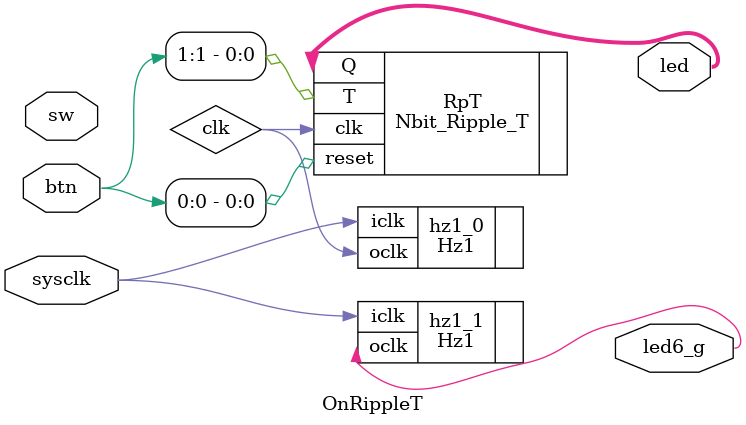
<source format=v>
`timescale 1ns / 1ps


module OnRippleT(
    output led6_g,
    output [3:0]led,
    input sysclk,
    input[3:0]sw,
    input [3:0]btn
    );
    
    wire clk;
    
    Hz1#(125000000, 1) hz1_0(.oclk(clk), .iclk(sysclk));
    Hz1#(125000000, 1) hz1_1(.oclk(led6_g), .iclk(sysclk));
    
    Nbit_Ripple_T #(4) RpT(.Q(led), .clk(clk), .reset(btn[0]), .T(btn[1]));
endmodule

</source>
